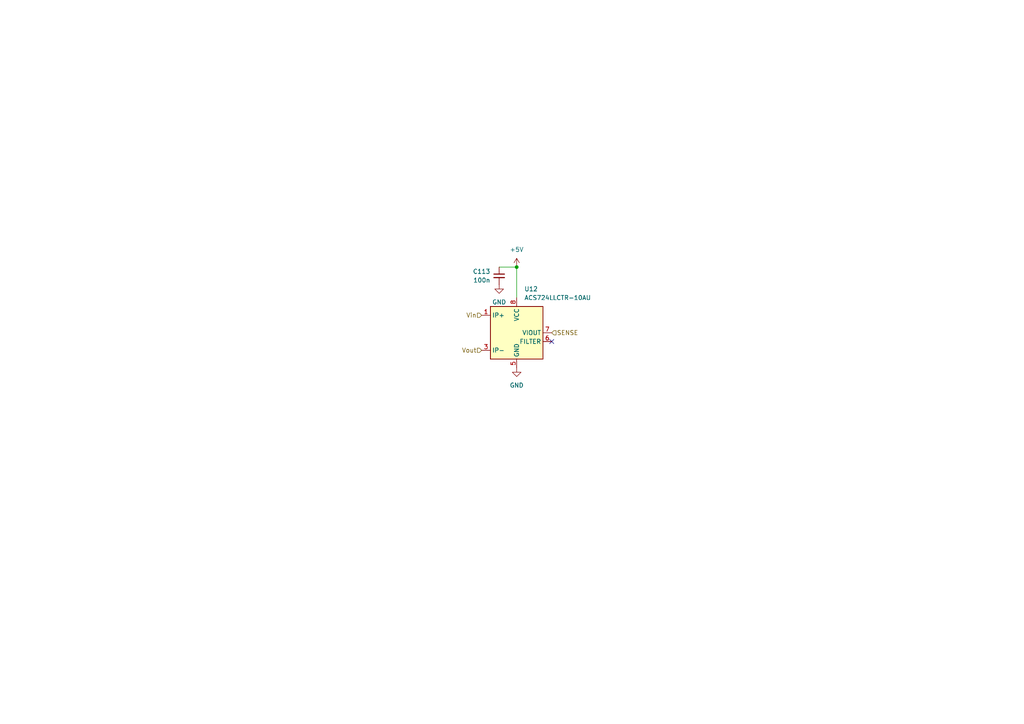
<source format=kicad_sch>
(kicad_sch (version 20250114) (generator "eeschema") (generator_version "9.0")
  (paper "A4")
  (title_block (title "Power Monitor") (rev "v0.1") (comment 1 "www.allegromicro.com/~/media/Files/Datasheets/ACS724-Datasheet.ashx"))
  (lib_symbols
    (symbol "Device:C_Small" (pin_numbers (hide yes)) (pin_names (offset 0.254) (hide yes))
      (property "Reference" "C" (at 0.254 1.778 0))
      (property "Value" "C_Small" (at 0.254 -2.032 0))
      (symbol "C_Small_0_1"
        (polyline (pts (xy -1.524 0.508) (xy 1.524 0.508)) (stroke (width 0.3048)))
        (polyline (pts (xy -1.524 -0.508) (xy 1.524 -0.508)) (stroke (width 0.3302)))
      )
      (symbol "C_Small_1_1"
        (pin passive line (at 0 2.54 270) (length 2.032) (name "~") (number "1"))
        (pin passive line (at 0 -2.54 90) (length 2.032) (name "~") (number "2"))
      )
    )
    (symbol "Sensor_Current:ACS724xLCTR-10AU"
      (property "Reference" "U" (at 2.54 11.43 0))
      (property "Value" "ACS724xLCTR-10AU" (at 2.54 8.89 0))
      (symbol "ACS724xLCTR-10AU_0_1"
        (rectangle (start -7.62 7.62) (end 7.62 -7.62) (stroke (width 0.254)) (fill (type background)))
      )
      (symbol "ACS724xLCTR-10AU_1_1"
        (pin passive line (at -10.16 5.08 0) (length 2.54) (name "IP+") (number "1"))
        (pin passive line (at -10.16 5.08 0) (length 2.54) (hide yes) (name "IP+") (number "2"))
        (pin passive line (at -10.16 -5.08 0) (length 2.54) (name "IP-") (number "3"))
        (pin passive line (at -10.16 -5.08 0) (length 2.54) (hide yes) (name "IP-") (number "4"))
        (pin power_in line (at 0 10.16 270) (length 2.54) (name "VCC") (number "8"))
        (pin power_in line (at 0 -10.16 90) (length 2.54) (name "GND") (number "5"))
        (pin output line (at 10.16 0 180) (length 2.54) (name "VIOUT") (number "7"))
        (pin passive line (at 10.16 -2.54 180) (length 2.54) (name "FILTER") (number "6"))
      )
    )
    (symbol "power:+5V" (power) (pin_numbers (hide yes)) (pin_names (offset 0) (hide yes))
      (property "Value" "+5V" (at 0 3.556 0))
      (symbol "+5V_0_1"
        (polyline (pts (xy -0.762 1.27) (xy 0 2.54)))
        (polyline (pts (xy 0 2.54) (xy 0.762 1.27)))
        (polyline (pts (xy 0 0) (xy 0 2.54)))
      )
      (symbol "+5V_1_1"
        (pin power_in line (at 0 0 90) (length 0) (name "~") (number "1"))
      )
    )
    (symbol "power:GND" (power) (pin_numbers (hide yes)) (pin_names (offset 0) (hide yes))
      (property "Value" "GND" (at 0 -3.81 0))
      (symbol "GND_0_1"
        (polyline (pts (xy 0 0) (xy 0 -1.27) (xy 1.27 -1.27) (xy 0 -2.54) (xy -1.27 -1.27) (xy 0 -1.27)))
      )
      (symbol "GND_1_1"
        (pin power_in line (at 0 0 270) (length 0) (name "~") (number "1"))
      )
    )
  )
  (junction (at 149.86 77.47))
  (no_connect (at 160.02 99.06))
  (wire (pts (xy 149.86 77.47) (xy 149.86 86.36)))
  (wire (pts (xy 144.78 77.47) (xy 149.86 77.47)))
  (hierarchical_label "Vout" (shape input) (at 139.7 101.6 180))
  (hierarchical_label "Vin" (shape input) (at 139.7 91.44 180))
  (hierarchical_label "SENSE" (shape input) (at 160.02 96.52 0))
  (symbol (lib_id "power:GND") (at 149.86 106.68 0) (unit 1)
    (property "Reference" "#PWR0163" (effects (hide yes)))
    (property "Value" "GND" (at 149.86 111.76 0))
    (property "Description" "Power symbol creates a global label with name \"GND\" , ground" (effects (hide yes)))
    (instances (project "powerdist" (path "" (reference "#PWR0181") (unit 1)) (path "" (reference "#PWR0163") (unit 1)) (path "" (reference "#PWR0190") (unit 1)) (path "" (reference "#PWR0187") (unit 1)) (path "" (reference "#PWR0184") (unit 1))))
  )
  (symbol (lib_id "Device:C_Small") (at 144.78 80.01 0) (mirror y) (unit 1)
    (property "Reference" "C100" (at 142.24 78.7462 0) (effects (justify left)))
    (property "Value" "100n" (at 142.24 81.2862 0) (effects (justify left)))
    (property "Footprint" "Capacitor_SMD:C_0603_1608Metric" (effects (hide yes)))
    (property "Description" "Unpolarized capacitor, small symbol" (effects (hide yes)))
    (instances (project "powerdist" (path "" (reference "C113") (unit 1)) (path "" (reference "C100") (unit 1)) (path "" (reference "C116") (unit 1)) (path "" (reference "C115") (unit 1)) (path "" (reference "C114") (unit 1))))
  )
  (symbol (lib_id "power:GND") (at 144.78 82.55 0) (unit 1)
    (property "Reference" "#PWR0161" (effects (hide yes)))
    (property "Value" "GND" (at 144.78 87.63 0))
    (property "Description" "Power symbol creates a global label with name \"GND\" , ground" (effects (hide yes)))
    (instances (project "powerdist" (path "" (reference "#PWR0179") (unit 1)) (path "" (reference "#PWR0161") (unit 1)) (path "" (reference "#PWR0188") (unit 1)) (path "" (reference "#PWR0185") (unit 1)) (path "" (reference "#PWR0182") (unit 1))))
  )
  (symbol (lib_id "Sensor_Current:ACS724xLCTR-10AU") (at 149.86 96.52 0) (unit 1)
    (property "Reference" "U8" (at 152.0541 83.82 0) (effects (justify left)))
    (property "Value" "ACS724LLCTR-10AU" (at 152.0541 86.36 0) (effects (justify left)))
    (property "Footprint" "Package_SO:SOIC-8_3.9x4.9mm_P1.27mm" (effects (hide yes)))
    (property "Datasheet" "http://www.allegromicro.com/~/media/Files/Datasheets/ACS724-Datasheet.ashx?la=en" (effects (hide yes)))
    (property "Description" "10A Unidirectional Hall-Effect Current Sensor, +5.0V supply, 400mV/A, SOIC-8" (effects (hide yes)))
    (instances (project "powerdist" (path "" (reference "U12") (unit 1)) (path "" (reference "U8") (unit 1)) (path "" (reference "U15") (unit 1)) (path "" (reference "U14") (unit 1)) (path "" (reference "U13") (unit 1))))
  )
  (symbol (lib_id "power:+5V") (at 149.86 77.47 0) (unit 1)
    (property "Reference" "#PWR0162" (effects (hide yes)))
    (property "Value" "+5V" (at 149.86 72.39 0))
    (property "Description" "Power symbol creates a global label with name \"+5V\"" (effects (hide yes)))
    (instances (project "powerdist" (path "" (reference "#PWR0180") (unit 1)) (path "" (reference "#PWR0162") (unit 1)) (path "" (reference "#PWR0189") (unit 1)) (path "" (reference "#PWR0186") (unit 1)) (path "" (reference "#PWR0183") (unit 1))))
  )
)
</source>
